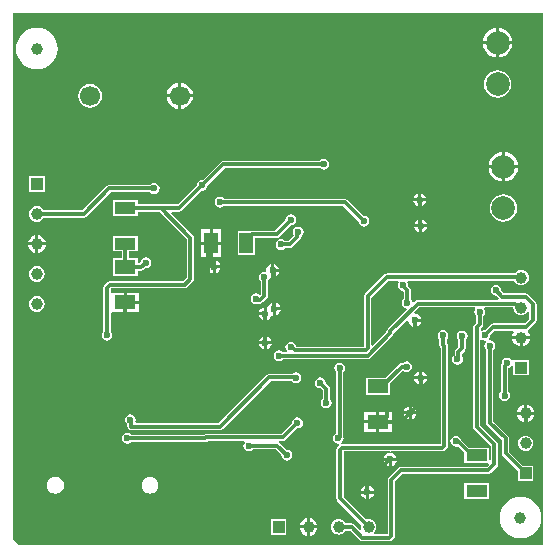
<source format=gbl>
G04*
G04 #@! TF.GenerationSoftware,Altium Limited,Altium Designer,20.1.12 (249)*
G04*
G04 Layer_Physical_Order=2*
G04 Layer_Color=16711680*
%FSLAX25Y25*%
%MOIN*%
G70*
G04*
G04 #@! TF.SameCoordinates,A4FAC8CF-ADEF-4931-830A-096F340B5E0A*
G04*
G04*
G04 #@! TF.FilePolarity,Positive*
G04*
G01*
G75*
%ADD15R,0.07087X0.04528*%
%ADD19R,0.04528X0.07087*%
%ADD21R,0.07087X0.03937*%
%ADD58C,0.01181*%
%ADD59C,0.07874*%
%ADD60C,0.03937*%
%ADD61C,0.06693*%
%ADD62R,0.03937X0.03937*%
%ADD63R,0.03937X0.03937*%
%ADD64C,0.02362*%
G36*
X294808Y295743D02*
X294814Y295738D01*
X294622Y295276D01*
X119871D01*
X118110Y297037D01*
Y472441D01*
X294808D01*
Y295743D01*
D02*
G37*
%LPC*%
G36*
X280028Y467512D02*
Y463098D01*
X284441D01*
X284337Y463887D01*
X283840Y465088D01*
X283049Y466119D01*
X282017Y466911D01*
X280816Y467408D01*
X280028Y467512D01*
D02*
G37*
G36*
X279028D02*
X278239Y467408D01*
X277038Y466911D01*
X276006Y466119D01*
X275215Y465088D01*
X274718Y463887D01*
X274614Y463098D01*
X279028D01*
Y467512D01*
D02*
G37*
G36*
X284441Y462098D02*
X280028D01*
Y457685D01*
X280816Y457789D01*
X282017Y458286D01*
X283049Y459077D01*
X283840Y460109D01*
X284337Y461310D01*
X284441Y462098D01*
D02*
G37*
G36*
X279028D02*
X274614D01*
X274718Y461310D01*
X275215Y460109D01*
X276006Y459077D01*
X277038Y458286D01*
X278239Y457789D01*
X279028Y457685D01*
Y462098D01*
D02*
G37*
G36*
X125984Y467569D02*
X124630Y467436D01*
X123329Y467041D01*
X122129Y466399D01*
X121078Y465536D01*
X120215Y464485D01*
X119573Y463285D01*
X119179Y461984D01*
X119045Y460630D01*
X119179Y459276D01*
X119573Y457974D01*
X120215Y456775D01*
X121078Y455723D01*
X122129Y454860D01*
X123329Y454219D01*
X124630Y453824D01*
X125984Y453691D01*
X127338Y453824D01*
X128640Y454219D01*
X129839Y454860D01*
X130891Y455723D01*
X131754Y456775D01*
X132395Y457974D01*
X132790Y459276D01*
X132923Y460630D01*
X132790Y461984D01*
X132395Y463285D01*
X131754Y464485D01*
X130891Y465536D01*
X129839Y466399D01*
X128640Y467041D01*
X127338Y467436D01*
X125984Y467569D01*
D02*
G37*
G36*
X174122Y449200D02*
Y445382D01*
X177940D01*
X177857Y446017D01*
X177419Y447074D01*
X176722Y447982D01*
X175814Y448678D01*
X174757Y449117D01*
X174122Y449200D01*
D02*
G37*
G36*
X173122Y449200D02*
X172487Y449117D01*
X171430Y448678D01*
X170522Y447982D01*
X169825Y447074D01*
X169387Y446017D01*
X169304Y445382D01*
X173122D01*
Y449200D01*
D02*
G37*
G36*
X279528Y453394D02*
X278344Y453238D01*
X277240Y452781D01*
X276293Y452054D01*
X275566Y451106D01*
X275109Y450003D01*
X274953Y448819D01*
X275109Y447635D01*
X275566Y446532D01*
X276293Y445584D01*
X277240Y444857D01*
X278344Y444400D01*
X279528Y444244D01*
X280712Y444400D01*
X281815Y444857D01*
X282762Y445584D01*
X283489Y446532D01*
X283946Y447635D01*
X284102Y448819D01*
X283946Y450003D01*
X283489Y451106D01*
X282762Y452054D01*
X281815Y452781D01*
X280712Y453238D01*
X279528Y453394D01*
D02*
G37*
G36*
X143701Y448861D02*
X142671Y448725D01*
X141711Y448328D01*
X140887Y447695D01*
X140255Y446871D01*
X139857Y445912D01*
X139722Y444882D01*
X139857Y443852D01*
X140255Y442892D01*
X140887Y442068D01*
X141711Y441436D01*
X142671Y441039D01*
X143701Y440903D01*
X144731Y441039D01*
X145690Y441436D01*
X146514Y442068D01*
X147147Y442892D01*
X147544Y443852D01*
X147680Y444882D01*
X147544Y445912D01*
X147147Y446871D01*
X146514Y447695D01*
X145690Y448328D01*
X144731Y448725D01*
X143701Y448861D01*
D02*
G37*
G36*
X173122Y444382D02*
X169304D01*
X169387Y443747D01*
X169825Y442690D01*
X170522Y441782D01*
X171430Y441085D01*
X172487Y440647D01*
X173122Y440564D01*
Y444382D01*
D02*
G37*
G36*
X177940D02*
X174122D01*
Y440564D01*
X174757Y440647D01*
X175814Y441085D01*
X176722Y441782D01*
X177419Y442690D01*
X177857Y443747D01*
X177940Y444382D01*
D02*
G37*
G36*
X281996Y426174D02*
Y421760D01*
X286410D01*
X286306Y422549D01*
X285808Y423750D01*
X285017Y424781D01*
X283986Y425572D01*
X282785Y426070D01*
X281996Y426174D01*
D02*
G37*
G36*
X280996D02*
X280207Y426070D01*
X279006Y425572D01*
X277975Y424781D01*
X277184Y423750D01*
X276686Y422549D01*
X276582Y421760D01*
X280996D01*
Y426174D01*
D02*
G37*
G36*
X221570Y423902D02*
X220876Y423764D01*
X220287Y423371D01*
X220240Y423300D01*
X188101D01*
X187638Y423208D01*
X187244Y422945D01*
X181251Y416951D01*
X181167Y416968D01*
X180473Y416830D01*
X179884Y416436D01*
X179491Y415848D01*
X179353Y415153D01*
X179369Y415070D01*
X172992Y408693D01*
X159653D01*
Y410047D01*
X151370D01*
Y404913D01*
X159653D01*
Y406268D01*
X166821D01*
X175953Y397136D01*
Y384360D01*
X174695Y383102D01*
X150298D01*
X149834Y383010D01*
X149441Y382747D01*
X148518Y381824D01*
X148255Y381430D01*
X148163Y380966D01*
Y366386D01*
X148092Y366339D01*
X147699Y365750D01*
X147560Y365056D01*
X147699Y364362D01*
X148092Y363773D01*
X148680Y363380D01*
X149375Y363242D01*
X150069Y363380D01*
X150658Y363773D01*
X151051Y364362D01*
X151189Y365056D01*
X151051Y365750D01*
X150658Y366339D01*
X150587Y366386D01*
Y372492D01*
X150969Y372778D01*
X151087Y372778D01*
X155012D01*
Y376042D01*
Y379306D01*
X151087D01*
X150969Y379306D01*
X150587Y379592D01*
Y380464D01*
X150800Y380678D01*
X175197D01*
X175661Y380770D01*
X176054Y381033D01*
X178023Y383001D01*
X178285Y383394D01*
X178378Y383858D01*
Y397638D01*
X178285Y398102D01*
X178023Y398495D01*
X170712Y405806D01*
X170903Y406268D01*
X173494D01*
X173958Y406360D01*
X174351Y406623D01*
X181084Y413355D01*
X181167Y413339D01*
X181861Y413477D01*
X182450Y413870D01*
X182843Y414459D01*
X182981Y415153D01*
X182965Y415237D01*
X188604Y420876D01*
X220240D01*
X220287Y420805D01*
X220876Y420411D01*
X221570Y420273D01*
X222265Y420411D01*
X222853Y420805D01*
X223247Y421393D01*
X223385Y422088D01*
X223247Y422782D01*
X222853Y423371D01*
X222265Y423764D01*
X221570Y423902D01*
D02*
G37*
G36*
X286410Y420760D02*
X281996D01*
Y416346D01*
X282785Y416450D01*
X283986Y416947D01*
X285017Y417739D01*
X285808Y418770D01*
X286306Y419971D01*
X286410Y420760D01*
D02*
G37*
G36*
X280996D02*
X276582D01*
X276686Y419971D01*
X277184Y418770D01*
X277975Y417739D01*
X279006Y416947D01*
X280207Y416450D01*
X280996Y416346D01*
Y420760D01*
D02*
G37*
G36*
X128551Y418079D02*
X123417D01*
Y412945D01*
X128551D01*
Y418079D01*
D02*
G37*
G36*
X165064Y415828D02*
X164369Y415690D01*
X163780Y415297D01*
X163733Y415226D01*
X150148D01*
X149684Y415134D01*
X149291Y414871D01*
X141144Y406724D01*
X128261D01*
X128226Y406806D01*
X127815Y407343D01*
X127279Y407754D01*
X126654Y408013D01*
X125984Y408101D01*
X125314Y408013D01*
X124690Y407754D01*
X124153Y407343D01*
X123742Y406806D01*
X123483Y406182D01*
X123395Y405512D01*
X123483Y404842D01*
X123742Y404217D01*
X124153Y403681D01*
X124690Y403270D01*
X125314Y403011D01*
X125984Y402923D01*
X126654Y403011D01*
X127279Y403270D01*
X127815Y403681D01*
X128226Y404217D01*
X128261Y404299D01*
X141646D01*
X142110Y404392D01*
X142503Y404655D01*
X150650Y412801D01*
X163733D01*
X163780Y412731D01*
X164369Y412337D01*
X165064Y412199D01*
X165758Y412337D01*
X166347Y412731D01*
X166740Y413319D01*
X166878Y414014D01*
X166740Y414708D01*
X166347Y415297D01*
X165758Y415690D01*
X165064Y415828D01*
D02*
G37*
G36*
X254092Y412376D02*
Y410752D01*
X255717D01*
X255647Y411103D01*
X255165Y411824D01*
X254443Y412306D01*
X254092Y412376D01*
D02*
G37*
G36*
X253092D02*
X252741Y412306D01*
X252020Y411824D01*
X251538Y411103D01*
X251468Y410752D01*
X253092D01*
Y412376D01*
D02*
G37*
G36*
X255717Y409752D02*
X254092D01*
Y408128D01*
X254443Y408197D01*
X255165Y408679D01*
X255647Y409401D01*
X255717Y409752D01*
D02*
G37*
G36*
X253092D02*
X251468D01*
X251538Y409401D01*
X252020Y408679D01*
X252741Y408197D01*
X253092Y408128D01*
Y409752D01*
D02*
G37*
G36*
X281496Y412055D02*
X280312Y411899D01*
X279209Y411442D01*
X278261Y410715D01*
X277534Y409768D01*
X277077Y408664D01*
X276922Y407480D01*
X277077Y406296D01*
X277534Y405193D01*
X278261Y404246D01*
X279209Y403519D01*
X280312Y403062D01*
X281496Y402906D01*
X282680Y403062D01*
X283783Y403519D01*
X284731Y404246D01*
X285458Y405193D01*
X285915Y406296D01*
X286071Y407480D01*
X285915Y408664D01*
X285458Y409768D01*
X284731Y410715D01*
X283783Y411442D01*
X282680Y411899D01*
X281496Y412055D01*
D02*
G37*
G36*
X254437Y403699D02*
Y402075D01*
X256061D01*
X255992Y402426D01*
X255509Y403147D01*
X254788Y403629D01*
X254437Y403699D01*
D02*
G37*
G36*
X253437D02*
X253086Y403629D01*
X252364Y403147D01*
X251883Y402426D01*
X251813Y402075D01*
X253437D01*
Y403699D01*
D02*
G37*
G36*
X210630Y405358D02*
X209936Y405220D01*
X209347Y404826D01*
X208954Y404238D01*
X208816Y403543D01*
X208832Y403460D01*
X205366Y399994D01*
X197527D01*
X197410Y399971D01*
X192992D01*
Y391687D01*
X198716D01*
Y397569D01*
X205868D01*
X206332Y397661D01*
X206725Y397924D01*
X210546Y401746D01*
X210630Y401729D01*
X211324Y401867D01*
X211913Y402260D01*
X212306Y402849D01*
X212444Y403543D01*
X212306Y404238D01*
X211913Y404826D01*
X211324Y405220D01*
X210630Y405358D01*
D02*
G37*
G36*
X187008Y411263D02*
X186313Y411125D01*
X185725Y410732D01*
X185332Y410143D01*
X185194Y409449D01*
X185332Y408754D01*
X185725Y408166D01*
X186313Y407772D01*
X187008Y407634D01*
X187702Y407772D01*
X188291Y408166D01*
X188338Y408237D01*
X228142D01*
X233150Y403229D01*
X233134Y403145D01*
X233272Y402451D01*
X233665Y401862D01*
X234254Y401469D01*
X234948Y401331D01*
X235642Y401469D01*
X236231Y401862D01*
X236624Y402451D01*
X236762Y403145D01*
X236624Y403839D01*
X236231Y404428D01*
X235642Y404821D01*
X234948Y404959D01*
X234864Y404943D01*
X229501Y410306D01*
X229108Y410569D01*
X228644Y410661D01*
X188338D01*
X188291Y410732D01*
X187702Y411125D01*
X187008Y411263D01*
D02*
G37*
G36*
X256061Y401075D02*
X254437D01*
Y399450D01*
X254788Y399520D01*
X255509Y400002D01*
X255992Y400724D01*
X256061Y401075D01*
D02*
G37*
G36*
X253437D02*
X251813D01*
X251883Y400724D01*
X252364Y400002D01*
X253086Y399520D01*
X253437Y399450D01*
Y401075D01*
D02*
G37*
G36*
X213070Y401271D02*
X212376Y401133D01*
X211787Y400740D01*
X211394Y400151D01*
X211256Y399457D01*
X211394Y398762D01*
X211632Y398406D01*
Y398386D01*
X209868Y396622D01*
X208705D01*
X208701Y396629D01*
X208112Y397022D01*
X207418Y397160D01*
X206723Y397022D01*
X206135Y396629D01*
X205741Y396040D01*
X205603Y395346D01*
X205741Y394651D01*
X206135Y394063D01*
X206723Y393669D01*
X207418Y393531D01*
X208112Y393669D01*
X208701Y394063D01*
X208791Y394197D01*
X210370D01*
X210834Y394290D01*
X211228Y394552D01*
X213702Y397026D01*
X213964Y397420D01*
X214057Y397884D01*
Y397975D01*
X214353Y398174D01*
X214747Y398762D01*
X214885Y399457D01*
X214747Y400151D01*
X214353Y400740D01*
X213765Y401133D01*
X213070Y401271D01*
D02*
G37*
G36*
X187307Y400372D02*
X184543D01*
Y396329D01*
X187307D01*
Y400372D01*
D02*
G37*
G36*
X183543D02*
X180779D01*
Y396329D01*
X183543D01*
Y400372D01*
D02*
G37*
G36*
X126484Y398440D02*
Y396012D01*
X128913D01*
X128876Y396287D01*
X128577Y397009D01*
X128101Y397629D01*
X127481Y398105D01*
X126759Y398404D01*
X126484Y398440D01*
D02*
G37*
G36*
X125484Y398440D02*
X125209Y398404D01*
X124487Y398105D01*
X123867Y397629D01*
X123391Y397009D01*
X123092Y396287D01*
X123056Y396012D01*
X125484D01*
Y398440D01*
D02*
G37*
G36*
X128912Y395012D02*
X126484D01*
Y392583D01*
X126759Y392620D01*
X127481Y392919D01*
X128101Y393395D01*
X128577Y394015D01*
X128876Y394737D01*
X128912Y395012D01*
D02*
G37*
G36*
X125484D02*
X123056D01*
X123092Y394737D01*
X123391Y394015D01*
X123867Y393395D01*
X124487Y392919D01*
X125209Y392620D01*
X125484Y392583D01*
Y395012D01*
D02*
G37*
G36*
X187307Y395329D02*
X184543D01*
Y391285D01*
X187307D01*
Y395329D01*
D02*
G37*
G36*
X183543D02*
X180779D01*
Y391285D01*
X183543D01*
Y395329D01*
D02*
G37*
G36*
X185531Y390079D02*
Y388455D01*
X187156D01*
X187086Y388806D01*
X186604Y389527D01*
X185882Y390009D01*
X185531Y390079D01*
D02*
G37*
G36*
X184531D02*
X184180Y390009D01*
X183459Y389527D01*
X182977Y388806D01*
X182907Y388455D01*
X184531D01*
Y390079D01*
D02*
G37*
G36*
X159653Y398236D02*
X151370D01*
Y393102D01*
X154299D01*
Y390715D01*
X151370D01*
Y384991D01*
X159653D01*
Y386641D01*
X160827D01*
X161291Y386733D01*
X161684Y386996D01*
X162168Y387479D01*
X162330Y387447D01*
X163024Y387585D01*
X163613Y387979D01*
X164006Y388567D01*
X164144Y389262D01*
X164006Y389956D01*
X163613Y390545D01*
X163024Y390938D01*
X162330Y391076D01*
X161635Y390938D01*
X161047Y390545D01*
X160653Y389956D01*
X160537Y389371D01*
X160072Y389124D01*
X159653Y389275D01*
Y390715D01*
X156724D01*
Y393102D01*
X159653D01*
Y398236D01*
D02*
G37*
G36*
X205067Y388804D02*
Y387180D01*
X206692D01*
X206622Y387531D01*
X206140Y388253D01*
X205418Y388735D01*
X205067Y388804D01*
D02*
G37*
G36*
X204067D02*
X203716Y388735D01*
X202995Y388253D01*
X202513Y387531D01*
X202344Y386680D01*
X202357Y386611D01*
X202004Y386257D01*
X201823Y386293D01*
X201129Y386155D01*
X200540Y385762D01*
X200147Y385173D01*
X200009Y384479D01*
X200147Y383784D01*
X200540Y383196D01*
X200611Y383149D01*
Y378914D01*
X200207Y378602D01*
X199749Y378908D01*
X199054Y379046D01*
X198360Y378908D01*
X197771Y378515D01*
X197378Y377926D01*
X197240Y377232D01*
X197378Y376537D01*
X197771Y375949D01*
X198360Y375555D01*
X199054Y375417D01*
X199749Y375555D01*
X200030Y375743D01*
X200378Y375674D01*
X200842Y375766D01*
X201235Y376029D01*
X201235Y376029D01*
X202680Y377474D01*
X202943Y377868D01*
X203035Y378331D01*
Y383149D01*
X203106Y383196D01*
X203499Y383784D01*
X203575Y384165D01*
X204067Y384531D01*
Y386680D01*
Y388804D01*
D02*
G37*
G36*
X187156Y387455D02*
X185531D01*
Y385830D01*
X185882Y385900D01*
X186604Y386382D01*
X187086Y387104D01*
X187156Y387455D01*
D02*
G37*
G36*
X184531D02*
X182907D01*
X182977Y387104D01*
X183459Y386382D01*
X184180Y385900D01*
X184531Y385830D01*
Y387455D01*
D02*
G37*
G36*
X206692Y386180D02*
X205067D01*
Y384556D01*
X205418Y384626D01*
X206140Y385108D01*
X206622Y385829D01*
X206692Y386180D01*
D02*
G37*
G36*
X125984Y388101D02*
X125314Y388013D01*
X124690Y387754D01*
X124153Y387343D01*
X123742Y386806D01*
X123483Y386182D01*
X123395Y385512D01*
X123483Y384842D01*
X123742Y384217D01*
X124153Y383681D01*
X124690Y383270D01*
X125314Y383011D01*
X125984Y382923D01*
X126654Y383011D01*
X127279Y383270D01*
X127815Y383681D01*
X128226Y384217D01*
X128485Y384842D01*
X128573Y385512D01*
X128485Y386182D01*
X128226Y386806D01*
X127815Y387343D01*
X127279Y387754D01*
X126654Y388013D01*
X125984Y388101D01*
D02*
G37*
G36*
X287402Y386920D02*
X286732Y386832D01*
X286107Y386573D01*
X285571Y386161D01*
X285234Y385722D01*
X242654D01*
X242190Y385630D01*
X241797Y385367D01*
X235363Y378934D01*
X235101Y378541D01*
X235008Y378077D01*
Y361260D01*
X212415D01*
X212397Y361277D01*
X212306Y361734D01*
X211913Y362322D01*
X211324Y362716D01*
X210630Y362854D01*
X209936Y362716D01*
X209347Y362322D01*
X208954Y361734D01*
X208816Y361039D01*
X208954Y360345D01*
X209198Y359980D01*
X208930Y359480D01*
X208023D01*
X207976Y359551D01*
X207387Y359944D01*
X206693Y360082D01*
X205999Y359944D01*
X205410Y359551D01*
X205017Y358962D01*
X204878Y358268D01*
X205017Y357573D01*
X205410Y356985D01*
X205999Y356591D01*
X206693Y356453D01*
X207387Y356591D01*
X207976Y356985D01*
X208023Y357055D01*
X236266D01*
X236730Y357148D01*
X237123Y357411D01*
X244573Y364860D01*
X244835Y365254D01*
X244928Y365718D01*
Y365866D01*
X249307Y370244D01*
X249762Y369992D01*
X249914Y369228D01*
X250396Y368506D01*
X251117Y368024D01*
X251468Y367954D01*
Y370079D01*
X251969D01*
Y370579D01*
X254093D01*
X254023Y370930D01*
X253541Y371651D01*
X252819Y372133D01*
X252055Y372285D01*
X251803Y372741D01*
X253485Y374422D01*
X271928D01*
X272186Y373922D01*
X271934Y373545D01*
X271796Y372850D01*
X271934Y372156D01*
X272327Y371567D01*
X272398Y371520D01*
Y369275D01*
X271738Y368615D01*
X271475Y368221D01*
X271383Y367758D01*
Y334597D01*
X271475Y334133D01*
X271738Y333739D01*
X277244Y328233D01*
Y323139D01*
X277228Y323128D01*
X276728Y323395D01*
Y327595D01*
X270159D01*
X267414Y330340D01*
X267277Y330431D01*
X266903Y330992D01*
X266314Y331385D01*
X265620Y331523D01*
X264925Y331385D01*
X264337Y330992D01*
X263943Y330403D01*
X263805Y329709D01*
X263943Y329014D01*
X264337Y328426D01*
X264925Y328032D01*
X265620Y327894D01*
X266296Y328029D01*
X268444Y325881D01*
Y322461D01*
X276377D01*
X276584Y321961D01*
X275878Y321254D01*
X247208D01*
X246744Y321162D01*
X246350Y320899D01*
X243237Y317786D01*
X242974Y317393D01*
X242882Y316929D01*
Y298834D01*
X238515D01*
X238345Y299334D01*
X238366Y299350D01*
X238778Y299887D01*
X239036Y300511D01*
X239124Y301181D01*
X239036Y301851D01*
X238778Y302476D01*
X238366Y303012D01*
X237830Y303423D01*
X237206Y303682D01*
X236535Y303770D01*
X235865Y303682D01*
X235783Y303648D01*
X228202Y311228D01*
Y326396D01*
X243644D01*
X243693Y325896D01*
X243365Y325831D01*
X242910Y325740D01*
X242188Y325258D01*
X241706Y324536D01*
X241636Y324185D01*
X245885D01*
X245815Y324536D01*
X245333Y325258D01*
X244612Y325740D01*
X243828Y325896D01*
X243877Y326396D01*
X261119D01*
X261583Y326488D01*
X261976Y326751D01*
X262668Y327443D01*
X262931Y327836D01*
X263023Y328300D01*
Y361513D01*
X262931Y361977D01*
X262668Y362370D01*
X262573Y362465D01*
Y363682D01*
X262644Y363730D01*
X263037Y364318D01*
X263175Y365013D01*
X263037Y365707D01*
X262644Y366296D01*
X262055Y366689D01*
X261361Y366827D01*
X260667Y366689D01*
X260078Y366296D01*
X259685Y365707D01*
X259547Y365013D01*
X259685Y364318D01*
X260078Y363730D01*
X260149Y363682D01*
Y361963D01*
X260241Y361499D01*
X260504Y361106D01*
X260599Y361011D01*
Y328820D01*
X227682D01*
X227644Y328813D01*
X227449Y329284D01*
X227661Y329426D01*
X228054Y330014D01*
X228192Y330709D01*
X228098Y331181D01*
X228107Y331226D01*
Y352746D01*
X228178Y352794D01*
X228571Y353382D01*
X228709Y354077D01*
X228571Y354771D01*
X228178Y355360D01*
X227589Y355753D01*
X226895Y355891D01*
X226201Y355753D01*
X225612Y355360D01*
X225219Y354771D01*
X225080Y354077D01*
X225219Y353382D01*
X225612Y352794D01*
X225683Y352746D01*
Y332384D01*
X225095Y331992D01*
X224702Y331403D01*
X224564Y330709D01*
X224702Y330014D01*
X225095Y329426D01*
X225684Y329032D01*
X226378Y328894D01*
X226647Y328948D01*
X226842Y328477D01*
X226825Y328466D01*
X226133Y327774D01*
X225870Y327380D01*
X225778Y326916D01*
Y310726D01*
X225870Y310262D01*
X226133Y309869D01*
X234069Y301934D01*
X234035Y301851D01*
X233946Y301181D01*
X234035Y300511D01*
X234089Y300379D01*
X233665Y300096D01*
X231723Y302038D01*
X231330Y302301D01*
X230866Y302393D01*
X228812D01*
X228778Y302476D01*
X228366Y303012D01*
X227830Y303423D01*
X227205Y303682D01*
X226535Y303770D01*
X225865Y303682D01*
X225241Y303423D01*
X224705Y303012D01*
X224293Y302476D01*
X224035Y301851D01*
X223946Y301181D01*
X224035Y300511D01*
X224293Y299887D01*
X224705Y299350D01*
X225241Y298939D01*
X225865Y298680D01*
X226535Y298592D01*
X227205Y298680D01*
X227830Y298939D01*
X228366Y299350D01*
X228778Y299887D01*
X228812Y299969D01*
X230364D01*
X233568Y296765D01*
X233961Y296502D01*
X234425Y296410D01*
X243403D01*
X243866Y296502D01*
X244260Y296765D01*
X244952Y297457D01*
X245215Y297850D01*
X245307Y298314D01*
Y316427D01*
X247710Y318830D01*
X276380D01*
X276844Y318922D01*
X277237Y319185D01*
X279314Y321262D01*
X279577Y321655D01*
X279669Y322119D01*
Y328735D01*
X279577Y329199D01*
X279314Y329593D01*
X273808Y335099D01*
Y363448D01*
X274307Y363715D01*
X274673Y363471D01*
X275367Y363333D01*
X275552Y363370D01*
X275747Y362899D01*
X275662Y362842D01*
X275269Y362253D01*
X275131Y361559D01*
X275269Y360865D01*
X275662Y360276D01*
X275733Y360229D01*
Y335989D01*
X275825Y335525D01*
X276088Y335132D01*
X281018Y330201D01*
Y325737D01*
X281111Y325273D01*
X281373Y324880D01*
X286327Y319926D01*
Y316506D01*
X291461D01*
Y321640D01*
X288042D01*
X283443Y326239D01*
Y330704D01*
X283351Y331168D01*
X283088Y331561D01*
X278157Y336491D01*
Y360229D01*
X278228Y360276D01*
X278621Y360865D01*
X278759Y361559D01*
X278621Y362253D01*
X278228Y362842D01*
X277639Y363235D01*
X276945Y363373D01*
X276760Y363337D01*
X276565Y363808D01*
X276650Y363864D01*
X277043Y364453D01*
X277181Y365147D01*
X277170Y365202D01*
X278646Y366677D01*
X284830D01*
X285077Y366178D01*
X284809Y365828D01*
X284509Y365106D01*
X284473Y364831D01*
X287402D01*
X290330D01*
X290294Y365106D01*
X289995Y365828D01*
X289656Y366268D01*
X289647Y366383D01*
X289728Y366797D01*
X289778Y366879D01*
X290007Y367033D01*
X292196Y369221D01*
X292459Y369615D01*
X292551Y370079D01*
Y375427D01*
X292459Y375891D01*
X292196Y376284D01*
X289733Y378747D01*
X289340Y379010D01*
X288876Y379102D01*
X281683D01*
X280813Y379973D01*
X280829Y380056D01*
X280691Y380750D01*
X280298Y381339D01*
X279709Y381732D01*
X279015Y381871D01*
X278320Y381732D01*
X277732Y381339D01*
X277338Y380750D01*
X277200Y380056D01*
X277338Y379362D01*
X277732Y378773D01*
X278320Y378380D01*
X279015Y378242D01*
X279098Y378258D01*
X280010Y377347D01*
X279802Y376847D01*
X252982D01*
X252519Y376755D01*
X252125Y376492D01*
X251729Y376096D01*
X251187Y376261D01*
X251101Y376691D01*
X250708Y377280D01*
X250637Y377327D01*
Y380046D01*
X250545Y380509D01*
X250282Y380903D01*
X249785Y381400D01*
X249853Y381739D01*
X249714Y382433D01*
X249471Y382798D01*
X249738Y383298D01*
X285051D01*
X285159Y383036D01*
X285571Y382500D01*
X286107Y382088D01*
X286732Y381830D01*
X287402Y381742D01*
X288072Y381830D01*
X288696Y382088D01*
X289232Y382500D01*
X289644Y383036D01*
X289902Y383661D01*
X289991Y384331D01*
X289902Y385001D01*
X289644Y385625D01*
X289232Y386161D01*
X288696Y386573D01*
X288072Y386832D01*
X287402Y386920D01*
D02*
G37*
G36*
X156012Y379306D02*
Y376542D01*
X160055D01*
Y379306D01*
X156012D01*
D02*
G37*
G36*
X205610Y375999D02*
Y374374D01*
X207235D01*
X207165Y374725D01*
X206683Y375447D01*
X205961Y375929D01*
X205610Y375999D01*
D02*
G37*
G36*
X125984Y378101D02*
X125314Y378013D01*
X124690Y377754D01*
X124153Y377343D01*
X123742Y376806D01*
X123483Y376182D01*
X123395Y375512D01*
X123483Y374842D01*
X123742Y374217D01*
X124153Y373681D01*
X124690Y373270D01*
X125314Y373011D01*
X125984Y372923D01*
X126654Y373011D01*
X127279Y373270D01*
X127815Y373681D01*
X128226Y374217D01*
X128485Y374842D01*
X128573Y375512D01*
X128485Y376182D01*
X128226Y376806D01*
X127815Y377343D01*
X127279Y377754D01*
X126654Y378013D01*
X125984Y378101D01*
D02*
G37*
G36*
X160055Y375542D02*
X156012D01*
Y372778D01*
X160055D01*
Y375542D01*
D02*
G37*
G36*
X201593Y374375D02*
X201242Y374305D01*
X200521Y373823D01*
X200039Y373102D01*
X199969Y372751D01*
X201593D01*
Y374375D01*
D02*
G37*
G36*
X207235Y373374D02*
X205610D01*
Y371750D01*
X205961Y371820D01*
X206683Y372302D01*
X207165Y373023D01*
X207235Y373374D01*
D02*
G37*
G36*
X204610Y375999D02*
X204259Y375929D01*
X203538Y375447D01*
X203056Y374725D01*
X202593Y374462D01*
Y372251D01*
Y370126D01*
X202944Y370196D01*
X203666Y370678D01*
X204148Y371400D01*
X204610Y371663D01*
Y373874D01*
Y375999D01*
D02*
G37*
G36*
X201593Y371751D02*
X199969D01*
X200039Y371400D01*
X200521Y370678D01*
X201242Y370196D01*
X201593Y370126D01*
Y371751D01*
D02*
G37*
G36*
X254093Y369579D02*
X252468D01*
Y367954D01*
X252819Y368024D01*
X253541Y368506D01*
X254023Y369228D01*
X254093Y369579D01*
D02*
G37*
G36*
X202628Y364704D02*
Y363079D01*
X204252D01*
X204182Y363430D01*
X203700Y364152D01*
X202979Y364634D01*
X202628Y364704D01*
D02*
G37*
G36*
X201628D02*
X201277Y364634D01*
X200555Y364152D01*
X200073Y363430D01*
X200003Y363079D01*
X201628D01*
Y364704D01*
D02*
G37*
G36*
X290330Y363831D02*
X287902D01*
Y361402D01*
X288176Y361439D01*
X288899Y361738D01*
X289519Y362213D01*
X289995Y362834D01*
X290294Y363556D01*
X290330Y363831D01*
D02*
G37*
G36*
X286902D02*
X284473D01*
X284509Y363556D01*
X284809Y362834D01*
X285284Y362213D01*
X285905Y361738D01*
X286627Y361439D01*
X286902Y361402D01*
Y363831D01*
D02*
G37*
G36*
X204252Y362079D02*
X202628D01*
Y360455D01*
X202979Y360525D01*
X203700Y361007D01*
X204182Y361728D01*
X204252Y362079D01*
D02*
G37*
G36*
X201628D02*
X200003D01*
X200073Y361728D01*
X200555Y361007D01*
X201277Y360525D01*
X201628Y360455D01*
Y362079D01*
D02*
G37*
G36*
X267717Y366618D02*
X267022Y366480D01*
X266434Y366087D01*
X266040Y365498D01*
X265902Y364804D01*
X266040Y364110D01*
X266434Y363521D01*
X266504Y363474D01*
Y361310D01*
X265550Y360356D01*
X265288Y359962D01*
X265195Y359499D01*
Y358518D01*
X264899Y358319D01*
X264505Y357731D01*
X264367Y357036D01*
X264505Y356342D01*
X264899Y355753D01*
X265487Y355360D01*
X266182Y355222D01*
X266876Y355360D01*
X267464Y355753D01*
X267858Y356342D01*
X267996Y357036D01*
X267858Y357731D01*
X267620Y358087D01*
Y358996D01*
X268574Y359950D01*
X268836Y360344D01*
X268929Y360807D01*
Y363474D01*
X269000Y363521D01*
X269393Y364110D01*
X269531Y364804D01*
X269393Y365498D01*
X269000Y366087D01*
X268411Y366480D01*
X267717Y366618D01*
D02*
G37*
G36*
X249197Y356464D02*
X248502Y356326D01*
X247914Y355933D01*
X247867Y355862D01*
X247534D01*
X247070Y355770D01*
X246677Y355507D01*
X242106Y350936D01*
X235537D01*
Y345211D01*
X243821D01*
Y349221D01*
X247945Y353346D01*
X248502Y352973D01*
X249197Y352835D01*
X249891Y352973D01*
X250480Y353367D01*
X250873Y353955D01*
X251011Y354650D01*
X250873Y355344D01*
X250480Y355933D01*
X249891Y356326D01*
X249197Y356464D01*
D02*
G37*
G36*
X282675Y357638D02*
X281981Y357500D01*
X281392Y357106D01*
X280999Y356518D01*
X280861Y355823D01*
X280887Y355692D01*
X280740Y355472D01*
X280648Y355008D01*
Y346333D01*
X280577Y346286D01*
X280184Y345698D01*
X280046Y345003D01*
X280184Y344309D01*
X280577Y343720D01*
X281166Y343327D01*
X281860Y343189D01*
X282554Y343327D01*
X283143Y343720D01*
X283536Y344309D01*
X283674Y345003D01*
X283536Y345698D01*
X283143Y346286D01*
X283072Y346333D01*
Y354088D01*
X283369Y354147D01*
X283958Y354540D01*
X284335Y355104D01*
X284372Y355110D01*
X284835Y354910D01*
Y351764D01*
X289968D01*
Y356898D01*
X284835D01*
Y356737D01*
X284372Y356537D01*
X284335Y356543D01*
X283958Y357106D01*
X283369Y357500D01*
X282675Y357638D01*
D02*
G37*
G36*
X254405Y353024D02*
Y351400D01*
X256030D01*
X255960Y351751D01*
X255478Y352473D01*
X254756Y352955D01*
X254405Y353024D01*
D02*
G37*
G36*
X253405D02*
X253054Y352955D01*
X252333Y352473D01*
X251851Y351751D01*
X251781Y351400D01*
X253405D01*
Y353024D01*
D02*
G37*
G36*
X212294Y352799D02*
X211600Y352661D01*
X211055Y352297D01*
X203447D01*
X202983Y352204D01*
X202589Y351942D01*
X186506Y335858D01*
X159143D01*
X159002Y336040D01*
X158836Y336358D01*
X158958Y336968D01*
X158820Y337663D01*
X158426Y338251D01*
X157838Y338645D01*
X157143Y338783D01*
X156449Y338645D01*
X155861Y338251D01*
X155467Y337663D01*
X155329Y336968D01*
X155467Y336274D01*
X155861Y335685D01*
X156157Y335487D01*
Y334756D01*
X156249Y334293D01*
X156512Y333899D01*
X156623Y333788D01*
X157016Y333526D01*
X157480Y333433D01*
X187008D01*
X187472Y333526D01*
X187865Y333788D01*
X203949Y349872D01*
X210897D01*
X211011Y349701D01*
X211600Y349308D01*
X212294Y349170D01*
X212988Y349308D01*
X213577Y349701D01*
X213970Y350290D01*
X214108Y350984D01*
X213970Y351679D01*
X213577Y352267D01*
X212988Y352661D01*
X212294Y352799D01*
D02*
G37*
G36*
X256030Y350400D02*
X254405D01*
Y348776D01*
X254756Y348846D01*
X255478Y349328D01*
X255960Y350049D01*
X256030Y350400D01*
D02*
G37*
G36*
X253405D02*
X251781D01*
X251851Y350049D01*
X252333Y349328D01*
X253054Y348846D01*
X253405Y348776D01*
Y350400D01*
D02*
G37*
G36*
X220495Y351097D02*
X219801Y350959D01*
X219212Y350566D01*
X218819Y349977D01*
X218681Y349283D01*
X218819Y348589D01*
X219212Y348000D01*
X219801Y347607D01*
X220495Y347468D01*
X220579Y347485D01*
X221229Y346835D01*
Y343850D01*
X221158Y343803D01*
X220765Y343214D01*
X220626Y342520D01*
X220765Y341825D01*
X221158Y341237D01*
X221747Y340843D01*
X222441Y340705D01*
X223135Y340843D01*
X223724Y341237D01*
X224117Y341825D01*
X224255Y342520D01*
X224117Y343214D01*
X223724Y343803D01*
X223653Y343850D01*
Y347337D01*
X223561Y347801D01*
X223298Y348194D01*
X222293Y349200D01*
X222310Y349283D01*
X222171Y349977D01*
X221778Y350566D01*
X221189Y350959D01*
X220495Y351097D01*
D02*
G37*
G36*
X250896Y341346D02*
Y339722D01*
X252521D01*
X252451Y340073D01*
X251969Y340794D01*
X251247Y341276D01*
X250896Y341346D01*
D02*
G37*
G36*
X249896D02*
X249545Y341276D01*
X248824Y340794D01*
X248342Y340073D01*
X248272Y339722D01*
X249896D01*
Y341346D01*
D02*
G37*
G36*
X289394Y342002D02*
Y339573D01*
X291823D01*
X291786Y339848D01*
X291487Y340570D01*
X291011Y341190D01*
X290391Y341666D01*
X289669Y341965D01*
X289394Y342002D01*
D02*
G37*
G36*
X288394D02*
X288119Y341965D01*
X287397Y341666D01*
X286777Y341190D01*
X286301Y340570D01*
X286002Y339848D01*
X285966Y339573D01*
X288394D01*
Y342002D01*
D02*
G37*
G36*
X252521Y338722D02*
X250896D01*
Y337097D01*
X251247Y337167D01*
X251969Y337649D01*
X252451Y338371D01*
X252521Y338722D01*
D02*
G37*
G36*
X249896D02*
X248272D01*
X248342Y338371D01*
X248824Y337649D01*
X249545Y337167D01*
X249896Y337097D01*
Y338722D01*
D02*
G37*
G36*
X244222Y339526D02*
X240179D01*
Y336762D01*
X244222D01*
Y339526D01*
D02*
G37*
G36*
X239179D02*
X235135D01*
Y336762D01*
X239179D01*
Y339526D01*
D02*
G37*
G36*
X291823Y338573D02*
X289394D01*
Y336145D01*
X289669Y336181D01*
X290391Y336480D01*
X291011Y336956D01*
X291487Y337576D01*
X291786Y338298D01*
X291823Y338573D01*
D02*
G37*
G36*
X288394D02*
X285966D01*
X286002Y338298D01*
X286301Y337576D01*
X286777Y336956D01*
X287397Y336480D01*
X288119Y336181D01*
X288394Y336145D01*
Y338573D01*
D02*
G37*
G36*
X212851Y337749D02*
X212156Y337611D01*
X211568Y337218D01*
X211175Y336629D01*
X211036Y335935D01*
X211053Y335852D01*
X207462Y332260D01*
X182406D01*
X181942Y332168D01*
X181572Y331921D01*
X157519D01*
X157471Y331992D01*
X156883Y332385D01*
X156188Y332523D01*
X155494Y332385D01*
X154905Y331992D01*
X154512Y331403D01*
X154374Y330709D01*
X154512Y330014D01*
X154905Y329426D01*
X155494Y329032D01*
X156188Y328894D01*
X156883Y329032D01*
X157471Y329426D01*
X157519Y329496D01*
X182066D01*
X182530Y329589D01*
X182900Y329836D01*
X194942D01*
X195209Y329336D01*
X194965Y328971D01*
X194827Y328276D01*
X194965Y327582D01*
X195359Y326993D01*
X195947Y326600D01*
X196641Y326462D01*
X197336Y326600D01*
X197924Y326993D01*
X197972Y327064D01*
X205564D01*
X207480Y325148D01*
X207464Y325065D01*
X207602Y324371D01*
X207995Y323782D01*
X208584Y323389D01*
X209278Y323251D01*
X209972Y323389D01*
X210561Y323782D01*
X210954Y324371D01*
X211092Y325065D01*
X210954Y325759D01*
X210561Y326348D01*
X209972Y326741D01*
X209278Y326879D01*
X209195Y326863D01*
X206924Y329134D01*
X206621Y329336D01*
X206681Y329778D01*
X206704Y329836D01*
X207964D01*
X208428Y329928D01*
X208821Y330191D01*
X212767Y334137D01*
X212851Y334121D01*
X213545Y334259D01*
X214134Y334652D01*
X214527Y335241D01*
X214665Y335935D01*
X214527Y336629D01*
X214134Y337218D01*
X213545Y337611D01*
X212851Y337749D01*
D02*
G37*
G36*
X244222Y335763D02*
X240179D01*
Y332999D01*
X244222D01*
Y335763D01*
D02*
G37*
G36*
X239179D02*
X235135D01*
Y332999D01*
X239179D01*
Y335763D01*
D02*
G37*
G36*
X288894Y331662D02*
X288224Y331574D01*
X287600Y331315D01*
X287063Y330904D01*
X286652Y330368D01*
X286393Y329743D01*
X286305Y329073D01*
X286393Y328403D01*
X286652Y327779D01*
X287063Y327242D01*
X287600Y326831D01*
X288224Y326572D01*
X288894Y326484D01*
X289564Y326572D01*
X290189Y326831D01*
X290725Y327242D01*
X291136Y327779D01*
X291395Y328403D01*
X291483Y329073D01*
X291395Y329743D01*
X291136Y330368D01*
X290725Y330904D01*
X290189Y331315D01*
X289564Y331574D01*
X288894Y331662D01*
D02*
G37*
G36*
X245885Y323185D02*
X244261D01*
Y321561D01*
X244612Y321631D01*
X245333Y322113D01*
X245815Y322834D01*
X245885Y323185D01*
D02*
G37*
G36*
X243261D02*
X241636D01*
X241706Y322834D01*
X242188Y322113D01*
X242910Y321631D01*
X243261Y321561D01*
Y323185D01*
D02*
G37*
G36*
X236642Y314903D02*
Y313278D01*
X238266D01*
X238196Y313629D01*
X237714Y314351D01*
X236993Y314833D01*
X236642Y314903D01*
D02*
G37*
G36*
X235642D02*
X235291Y314833D01*
X234569Y314351D01*
X234087Y313629D01*
X234017Y313278D01*
X235642D01*
Y314903D01*
D02*
G37*
G36*
X163661Y317845D02*
X162937Y317750D01*
X162263Y317471D01*
X161684Y317026D01*
X161240Y316447D01*
X160961Y315773D01*
X160865Y315050D01*
X160961Y314326D01*
X161240Y313652D01*
X161684Y313073D01*
X162263Y312629D01*
X162937Y312349D01*
X163661Y312254D01*
X164384Y312349D01*
X165059Y312629D01*
X165638Y313073D01*
X166082Y313652D01*
X166361Y314326D01*
X166456Y315050D01*
X166361Y315773D01*
X166082Y316447D01*
X165638Y317026D01*
X165059Y317471D01*
X164384Y317750D01*
X163661Y317845D01*
D02*
G37*
G36*
X132165D02*
X131441Y317750D01*
X130767Y317471D01*
X130188Y317026D01*
X129744Y316447D01*
X129465Y315773D01*
X129369Y315050D01*
X129465Y314326D01*
X129744Y313652D01*
X130188Y313073D01*
X130767Y312629D01*
X131441Y312349D01*
X132165Y312254D01*
X132888Y312349D01*
X133563Y312629D01*
X134142Y313073D01*
X134586Y313652D01*
X134865Y314326D01*
X134960Y315050D01*
X134865Y315773D01*
X134586Y316447D01*
X134142Y317026D01*
X133563Y317471D01*
X132888Y317750D01*
X132165Y317845D01*
D02*
G37*
G36*
X238266Y312278D02*
X236642D01*
Y310654D01*
X236993Y310724D01*
X237714Y311206D01*
X238196Y311927D01*
X238266Y312278D01*
D02*
G37*
G36*
X235642D02*
X234017D01*
X234087Y311927D01*
X234569Y311206D01*
X235291Y310724D01*
X235642Y310654D01*
Y312278D01*
D02*
G37*
G36*
X276728Y315784D02*
X268444D01*
Y310650D01*
X276728D01*
Y315784D01*
D02*
G37*
G36*
X217035Y304109D02*
Y301681D01*
X219464D01*
X219427Y301956D01*
X219128Y302678D01*
X218653Y303298D01*
X218033Y303774D01*
X217310Y304073D01*
X217035Y304109D01*
D02*
G37*
G36*
X216035D02*
X215760Y304073D01*
X215038Y303774D01*
X214418Y303298D01*
X213943Y302678D01*
X213643Y301956D01*
X213607Y301681D01*
X216035D01*
Y304109D01*
D02*
G37*
G36*
X209102Y303748D02*
X203969D01*
Y298614D01*
X209102D01*
Y303748D01*
D02*
G37*
G36*
X219464Y300681D02*
X217035D01*
Y298253D01*
X217310Y298289D01*
X218033Y298588D01*
X218653Y299064D01*
X219128Y299684D01*
X219427Y300406D01*
X219464Y300681D01*
D02*
G37*
G36*
X216035D02*
X213607D01*
X213643Y300406D01*
X213943Y299684D01*
X214418Y299064D01*
X215038Y298588D01*
X215760Y298289D01*
X216035Y298253D01*
Y300681D01*
D02*
G37*
G36*
X287183Y311230D02*
X285829Y311097D01*
X284527Y310702D01*
X283328Y310061D01*
X282276Y309198D01*
X281413Y308146D01*
X280772Y306947D01*
X280377Y305645D01*
X280244Y304291D01*
X280377Y302938D01*
X280772Y301636D01*
X281413Y300436D01*
X282276Y299385D01*
X283328Y298522D01*
X284527Y297881D01*
X285829Y297486D01*
X287183Y297352D01*
X288537Y297486D01*
X289838Y297881D01*
X291038Y298522D01*
X292089Y299385D01*
X292952Y300436D01*
X293594Y301636D01*
X293988Y302938D01*
X294122Y304291D01*
X293988Y305645D01*
X293594Y306947D01*
X292952Y308146D01*
X292089Y309198D01*
X291038Y310061D01*
X289838Y310702D01*
X288537Y311097D01*
X287183Y311230D01*
D02*
G37*
%LPD*%
G36*
X284812Y374331D02*
X284901Y373661D01*
X285159Y373036D01*
X285571Y372500D01*
X286107Y372089D01*
X286732Y371830D01*
X287402Y371742D01*
X288072Y371830D01*
X288696Y372089D01*
X289232Y372500D01*
X289626Y373013D01*
X289677Y373017D01*
X290126Y372832D01*
Y370581D01*
X288648Y369102D01*
X278144D01*
X277680Y369010D01*
X277287Y368747D01*
X275479Y366939D01*
X275367Y366962D01*
X274673Y366824D01*
X274324Y366591D01*
X273903Y366806D01*
X273858Y367306D01*
X274467Y367915D01*
X274730Y368309D01*
X274823Y368773D01*
Y371520D01*
X274893Y371567D01*
X275287Y372156D01*
X275425Y372850D01*
X275287Y373545D01*
X275034Y373922D01*
X275292Y374422D01*
X284732D01*
X284812Y374331D01*
D02*
G37*
G36*
X246606Y382798D02*
X246362Y382433D01*
X246224Y381739D01*
X246362Y381044D01*
X246755Y380456D01*
X247344Y380062D01*
X247781Y379975D01*
X248213Y379543D01*
Y377327D01*
X248142Y377280D01*
X247749Y376691D01*
X247611Y375997D01*
X247749Y375303D01*
X248142Y374714D01*
X248731Y374321D01*
X249161Y374235D01*
X249326Y373692D01*
X242858Y367225D01*
X242596Y366832D01*
X242503Y366368D01*
Y366220D01*
X237895Y361611D01*
X237433Y361803D01*
Y377574D01*
X243156Y383298D01*
X246339D01*
X246606Y382798D01*
D02*
G37*
D15*
X239679Y336263D02*
D03*
Y348074D02*
D03*
X155512Y376042D02*
D03*
Y387853D02*
D03*
D19*
X184043Y395829D02*
D03*
X195854D02*
D03*
D21*
X272586Y325028D02*
D03*
Y313217D02*
D03*
X155512Y395669D02*
D03*
Y407480D02*
D03*
D58*
X187008Y334646D02*
X203447Y351084D01*
X157480Y334646D02*
X187008D01*
X203447Y351084D02*
X212194D01*
X187008Y409449D02*
X228644D01*
X234948Y403145D01*
X272595Y334597D02*
Y367758D01*
X273610Y368773D01*
X272595Y334597D02*
X278457Y328735D01*
X266408Y359499D02*
X267717Y360807D01*
X266182Y357036D02*
X266408Y357262D01*
Y359499D01*
X273610Y368773D02*
Y372850D01*
X275402Y365147D02*
X278144Y367890D01*
X275367Y365147D02*
X275402D01*
X267717Y360807D02*
Y364804D01*
X289150Y367890D02*
X291339Y370079D01*
X278144Y367890D02*
X289150D01*
X276945Y335989D02*
Y361559D01*
X291339Y370079D02*
Y375427D01*
X288876Y377890D02*
X291339Y375427D01*
X281181Y377890D02*
X288876D01*
X279015Y380056D02*
X281181Y377890D01*
X243716Y365718D02*
Y366368D01*
X285352Y375635D02*
X286656Y374331D01*
X252982Y375635D02*
X285352D01*
X286656Y374331D02*
X287402D01*
X236266Y358268D02*
X243716Y365718D01*
Y366368D02*
X252982Y375635D01*
X184043Y389141D02*
X185031Y388152D01*
Y387955D02*
Y388152D01*
X184043Y389141D02*
Y395829D01*
X212844Y399231D02*
X213070Y399457D01*
X212844Y397884D02*
Y399231D01*
X210370Y395410D02*
X212844Y397884D01*
X207418Y395346D02*
X207482Y395410D01*
X210370D01*
X141646Y405512D02*
X150148Y414014D01*
X125984Y405512D02*
X141646D01*
X150148Y414014D02*
X165064D01*
X155512Y407480D02*
X167323D01*
X177165Y397638D01*
X167323Y407480D02*
X173494D01*
X177165Y383858D02*
Y397638D01*
X207964Y331048D02*
X212851Y335935D01*
X156188Y330709D02*
X182066D01*
X182406Y331048D01*
X207964D01*
X206067Y328276D02*
X209278Y325065D01*
X196641Y328276D02*
X206067D01*
X250396Y339222D02*
X253906Y342731D01*
Y350900D01*
X261119Y327608D02*
X261811Y328300D01*
Y361513D01*
X261361Y361963D02*
Y365013D01*
Y361963D02*
X261811Y361513D01*
X240958Y336263D02*
X247437D01*
X250396Y339222D01*
X206693Y358268D02*
X236266D01*
X236141Y312778D02*
Y316067D01*
X243761Y323686D01*
X202110Y362597D02*
X202128Y362579D01*
X202110Y362597D02*
Y372233D01*
X202093Y372251D02*
X202110Y372233D01*
X199054Y377232D02*
X199280Y377006D01*
X200259D02*
X200378Y376886D01*
X201823Y378331D01*
X199280Y377006D02*
X200259D01*
X249425Y375997D02*
Y380046D01*
X248038Y381432D02*
Y381739D01*
Y381432D02*
X249425Y380046D01*
X281860Y345003D02*
Y355008D01*
X282675Y355823D01*
X277559Y316929D02*
X282701Y311787D01*
X291052Y311024D02*
X292615D01*
X290288Y311787D02*
X291052Y311024D01*
X282701Y311787D02*
X290288D01*
X293307Y311716D02*
Y329694D01*
X292615Y311024D02*
X293307Y311716D01*
X288894Y334106D02*
Y339073D01*
Y334106D02*
X293307Y329694D01*
X282230Y325737D02*
Y330704D01*
Y325737D02*
X288894Y319073D01*
X276945Y335989D02*
X282230Y330704D01*
X226895Y331226D02*
Y354077D01*
X226378Y330709D02*
X226895Y331226D01*
X227682Y327608D02*
X261119D01*
X226990Y326916D02*
X227682Y327608D01*
X226990Y310726D02*
Y326916D01*
X240958Y336263D02*
X242632Y337936D01*
X247534Y354650D02*
X249197D01*
X239679Y336263D02*
X240958D01*
X251969Y352875D02*
Y370079D01*
X242632Y337936D02*
Y343538D01*
X251969Y352875D01*
X240958Y348074D02*
X247534Y354650D01*
X253592Y410252D02*
X253765Y410080D01*
Y401747D02*
Y410080D01*
Y401747D02*
X253937Y401575D01*
X205110Y373874D02*
Y386137D01*
X204567Y386680D02*
X205110Y386137D01*
X201823Y378331D02*
Y384479D01*
X195854Y395829D02*
Y397108D01*
X197527Y398781D01*
X205868D01*
X210630Y403543D01*
X156204Y370079D02*
X181102D01*
X155512Y370771D02*
Y376042D01*
Y370771D02*
X156204Y370079D01*
X181102D02*
X183071Y372047D01*
Y394857D01*
X184043Y395829D01*
X150298Y381890D02*
X175197D01*
X149375Y365056D02*
Y380966D01*
X150298Y381890D01*
X175197D02*
X177165Y383858D01*
X173494Y407480D02*
X181167Y415153D01*
X188101Y422088D01*
X221570D01*
X157143Y336968D02*
X157369Y336742D01*
Y334756D02*
Y336742D01*
Y334756D02*
X157480Y334646D01*
X271844Y324286D02*
X272586Y325028D01*
X271753Y324286D02*
X271844D01*
X244094Y316929D02*
X247208Y320042D01*
X276380D01*
X244094Y298314D02*
Y316929D01*
X234425Y297622D02*
X243403D01*
X244094Y298314D01*
X226535Y301181D02*
X230866D01*
X234425Y297622D01*
X226990Y310726D02*
X236535Y301181D01*
X276380Y320042D02*
X278457Y322119D01*
Y328735D01*
X265620Y329709D02*
X265846Y329483D01*
X271011Y325028D02*
X272586D01*
X266557Y329483D02*
X271011Y325028D01*
X265846Y329483D02*
X266557D01*
X236221Y378077D02*
X242654Y384510D01*
X287222D02*
X287402Y384331D01*
X242654Y384510D02*
X287222D01*
X236221Y360739D02*
Y378077D01*
X211912Y360047D02*
X235529D01*
X236221Y360739D01*
X210630Y361039D02*
X210920D01*
X211912Y360047D01*
X222441Y342520D02*
Y347337D01*
X220495Y349283D02*
X222441Y347337D01*
X212194Y351084D02*
X212294Y350984D01*
X155512Y387853D02*
X160827D01*
X162236Y389262D01*
X162330D01*
X155512Y387853D02*
Y395669D01*
X239679Y348074D02*
X240958D01*
D59*
X281496Y407480D02*
D03*
Y421260D02*
D03*
X279528Y462598D02*
D03*
Y448819D02*
D03*
D60*
X125984Y460630D02*
D03*
X288894Y339073D02*
D03*
Y329073D02*
D03*
X287402Y384331D02*
D03*
Y364331D02*
D03*
Y374331D02*
D03*
X287183Y304291D02*
D03*
X125984Y385512D02*
D03*
Y405512D02*
D03*
Y395512D02*
D03*
Y375512D02*
D03*
X226535Y301181D02*
D03*
X216535D02*
D03*
X236535D02*
D03*
D61*
X143701Y444882D02*
D03*
X173622D02*
D03*
D62*
X288894Y319073D02*
D03*
X287402Y354331D02*
D03*
X125984Y415512D02*
D03*
D63*
X206535Y301181D02*
D03*
D64*
X210630Y403543D02*
D03*
X266182Y357036D02*
D03*
X267717Y364804D02*
D03*
X275367Y365147D02*
D03*
X276945Y361559D02*
D03*
X279015Y380056D02*
D03*
X185031Y387955D02*
D03*
X213070Y399457D02*
D03*
X207418Y395346D02*
D03*
X234948Y403145D02*
D03*
X187008Y409449D02*
D03*
X165064Y414014D02*
D03*
X212851Y335935D02*
D03*
X196641Y328276D02*
D03*
X209278Y325065D02*
D03*
X243761Y323686D02*
D03*
X236141Y312778D02*
D03*
X202093Y372251D02*
D03*
X199054Y377232D02*
D03*
X202128Y362579D02*
D03*
X261361Y365013D02*
D03*
X253906Y350900D02*
D03*
X273610Y372850D02*
D03*
X249425Y375997D02*
D03*
X282675Y355823D02*
D03*
X281860Y345003D02*
D03*
X250396Y339222D02*
D03*
X226378Y330709D02*
D03*
X251969Y370079D02*
D03*
X249197Y354650D02*
D03*
X253937Y401575D02*
D03*
X253592Y410252D02*
D03*
X205110Y373874D02*
D03*
X204567Y386680D02*
D03*
X201823Y384479D02*
D03*
X149375Y365056D02*
D03*
X221570Y422088D02*
D03*
X181167Y415153D02*
D03*
X156188Y330709D02*
D03*
X157143Y336968D02*
D03*
X265620Y329709D02*
D03*
X248038Y381739D02*
D03*
X206693Y358268D02*
D03*
X210630Y361039D02*
D03*
X222441Y342520D02*
D03*
X226895Y354077D02*
D03*
X212294Y350984D02*
D03*
X162330Y389262D02*
D03*
X220495Y349283D02*
D03*
M02*

</source>
